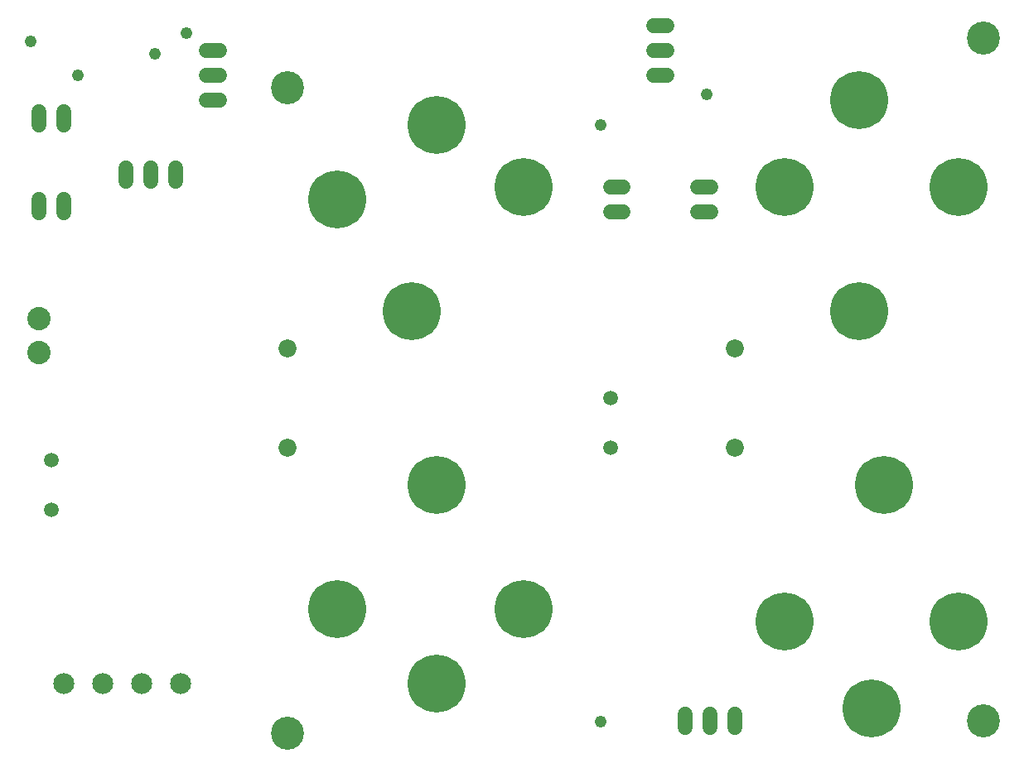
<source format=gbs>
G75*
%MOIN*%
%OFA0B0*%
%FSLAX24Y24*%
%IPPOS*%
%LPD*%
%AMOC8*
5,1,8,0,0,1.08239X$1,22.5*
%
%ADD10C,0.1330*%
%ADD11C,0.0845*%
%ADD12C,0.0940*%
%ADD13C,0.0600*%
%ADD14C,0.2330*%
%ADD15C,0.0725*%
%ADD16C,0.0595*%
%ADD17C,0.0480*%
D10*
X013180Y003180D03*
X041180Y003680D03*
X013180Y029180D03*
X041180Y031180D03*
D11*
X004180Y005180D03*
X005740Y005180D03*
X007300Y005180D03*
X008860Y005180D03*
D12*
X003180Y018511D03*
X003180Y019889D03*
D13*
X003180Y024160D02*
X003180Y024680D01*
X004180Y024680D02*
X004180Y024160D01*
X006680Y025420D02*
X006680Y025940D01*
X007680Y025940D02*
X007680Y025420D01*
X008680Y025420D02*
X008680Y025940D01*
X009920Y028680D02*
X010440Y028680D01*
X010440Y029680D02*
X009920Y029680D01*
X009920Y030680D02*
X010440Y030680D01*
X004180Y028200D02*
X004180Y027680D01*
X003180Y027680D02*
X003180Y028200D01*
X026160Y025180D02*
X026680Y025180D01*
X026680Y024180D02*
X026160Y024180D01*
X029680Y024180D02*
X030200Y024180D01*
X030200Y025180D02*
X029680Y025180D01*
X028440Y029680D02*
X027920Y029680D01*
X027920Y030680D02*
X028440Y030680D01*
X028440Y031680D02*
X027920Y031680D01*
X029180Y003940D02*
X029180Y003420D01*
X030180Y003420D02*
X030180Y003940D01*
X031180Y003940D02*
X031180Y003420D01*
D14*
X033180Y007680D03*
X036680Y004180D03*
X040180Y007680D03*
X037180Y013180D03*
X036180Y020180D03*
X033180Y025180D03*
X036180Y028680D03*
X040180Y025180D03*
X022680Y025180D03*
X019180Y027680D03*
X015180Y024680D03*
X018180Y020180D03*
X019180Y013180D03*
X022680Y008180D03*
X019180Y005180D03*
X015180Y008180D03*
D15*
X013180Y014680D03*
X013180Y018680D03*
X031180Y018680D03*
X031180Y014680D03*
D16*
X026180Y014680D03*
X026180Y016680D03*
X003680Y014180D03*
X003680Y012180D03*
D17*
X025765Y003655D03*
X025765Y027690D03*
X030055Y028900D03*
X009100Y031375D03*
X007835Y030550D03*
X004755Y029670D03*
X002830Y031045D03*
M02*

</source>
